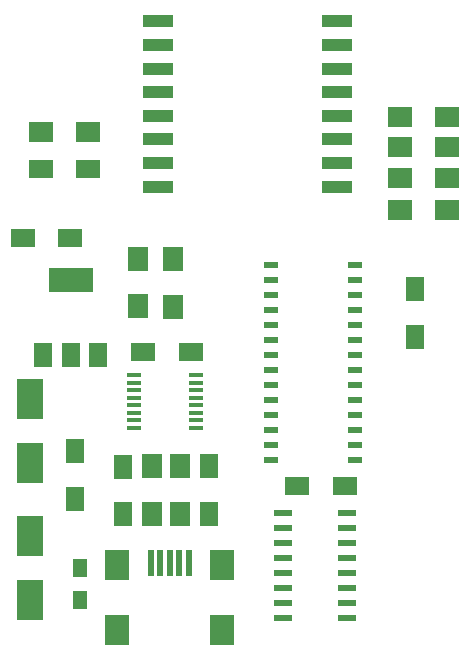
<source format=gtp>
G04 #@! TF.GenerationSoftware,KiCad,Pcbnew,(5.0.0)*
G04 #@! TF.CreationDate,2018-10-02T15:53:08+08:00*
G04 #@! TF.ProjectId,Clouduino Stratus v1.0,436C6F756475696E6F20537472617475,rev?*
G04 #@! TF.SameCoordinates,Original*
G04 #@! TF.FileFunction,Paste,Top*
G04 #@! TF.FilePolarity,Positive*
%FSLAX46Y46*%
G04 Gerber Fmt 4.6, Leading zero omitted, Abs format (unit mm)*
G04 Created by KiCad (PCBNEW (5.0.0)) date 10/02/18 15:53:08*
%MOMM*%
%LPD*%
G01*
G04 APERTURE LIST*
%ADD10R,2.500000X1.000000*%
%ADD11R,1.500000X0.600000*%
%ADD12R,1.600000X2.000000*%
%ADD13R,2.000000X1.600000*%
%ADD14R,2.300000X3.500000*%
%ADD15R,1.700000X2.000000*%
%ADD16R,2.000000X2.500000*%
%ADD17R,0.500000X2.300000*%
%ADD18R,1.300000X1.500000*%
%ADD19R,2.000000X1.700000*%
%ADD20R,1.143000X0.508000*%
%ADD21R,3.800000X2.000000*%
%ADD22R,1.500000X2.000000*%
%ADD23R,1.200000X0.400000*%
G04 APERTURE END LIST*
D10*
G04 #@! TO.C,U3*
X138305651Y-47787661D03*
X138305651Y-49787661D03*
X138305651Y-51787661D03*
X138305651Y-53787661D03*
X138305651Y-55787661D03*
X138305651Y-57787661D03*
X138305651Y-59787661D03*
X138305651Y-61787661D03*
X123105651Y-61787661D03*
X123105651Y-59787661D03*
X123105651Y-57787661D03*
X123105651Y-55787661D03*
X123105651Y-53787661D03*
X123105651Y-51787661D03*
X123105651Y-49787661D03*
X123105651Y-47787661D03*
G04 #@! TD*
D11*
G04 #@! TO.C,U4*
X133698000Y-98298000D03*
X133698000Y-97028000D03*
X133698000Y-95758000D03*
X133698000Y-94488000D03*
X133698000Y-93218000D03*
X133698000Y-91948000D03*
X133698000Y-90678000D03*
X133698000Y-89408000D03*
X139098000Y-89408000D03*
X139098000Y-90678000D03*
X139098000Y-91948000D03*
X139098000Y-93218000D03*
X139098000Y-94488000D03*
X139098000Y-95758000D03*
X139098000Y-97028000D03*
X139098000Y-98298000D03*
G04 #@! TD*
D12*
G04 #@! TO.C,C1*
X144907000Y-70485000D03*
X144907000Y-74485000D03*
G04 #@! TD*
G04 #@! TO.C,C2*
X116092346Y-88188894D03*
X116092346Y-84188894D03*
G04 #@! TD*
D13*
G04 #@! TO.C,C3*
X113221000Y-60325000D03*
X117221000Y-60325000D03*
G04 #@! TD*
G04 #@! TO.C,C4*
X115679346Y-66122894D03*
X111679346Y-66122894D03*
G04 #@! TD*
D12*
G04 #@! TO.C,C5*
X127395346Y-89458894D03*
X127395346Y-85458894D03*
G04 #@! TD*
G04 #@! TO.C,C6*
X120156346Y-89490894D03*
X120156346Y-85490894D03*
G04 #@! TD*
D13*
G04 #@! TO.C,C7*
X125871346Y-75774894D03*
X121871346Y-75774894D03*
G04 #@! TD*
G04 #@! TO.C,C8*
X138906000Y-87122000D03*
X134906000Y-87122000D03*
G04 #@! TD*
D14*
G04 #@! TO.C,D1*
X112282346Y-96762894D03*
X112282346Y-91362894D03*
G04 #@! TD*
G04 #@! TO.C,D2*
X112282346Y-79772894D03*
X112282346Y-85172894D03*
G04 #@! TD*
D15*
G04 #@! TO.C,POWER*
X124347346Y-71932894D03*
X124347346Y-67932894D03*
G04 #@! TD*
D16*
G04 #@! TO.C,J1*
X128543346Y-99275894D03*
X128543346Y-93775894D03*
X119643346Y-99275894D03*
X119643346Y-93775894D03*
D17*
X125693346Y-93675894D03*
X124893346Y-93675894D03*
X124093346Y-93675894D03*
X123293346Y-93675894D03*
X122493346Y-93675894D03*
G04 #@! TD*
D18*
G04 #@! TO.C,L1*
X116473346Y-94109894D03*
X116473346Y-96809894D03*
G04 #@! TD*
D15*
G04 #@! TO.C,R1*
X121426346Y-71900894D03*
X121426346Y-67900894D03*
G04 #@! TD*
D19*
G04 #@! TO.C,R2*
X113189000Y-57150000D03*
X117189000Y-57150000D03*
G04 #@! TD*
D15*
G04 #@! TO.C,R3*
X124982346Y-89458894D03*
X124982346Y-85458894D03*
G04 #@! TD*
G04 #@! TO.C,R4*
X122569346Y-85458894D03*
X122569346Y-89458894D03*
G04 #@! TD*
D19*
G04 #@! TO.C,R5*
X147564651Y-55859661D03*
X143564651Y-55859661D03*
G04 #@! TD*
G04 #@! TO.C,R6*
X147564651Y-61066661D03*
X143564651Y-61066661D03*
G04 #@! TD*
G04 #@! TO.C,R7*
X147564651Y-63733661D03*
X143564651Y-63733661D03*
G04 #@! TD*
D20*
G04 #@! TO.C,U1*
X132715000Y-84963000D03*
X132715000Y-83693000D03*
X132715000Y-82423000D03*
X132715000Y-81153000D03*
X132715000Y-79883000D03*
X132715000Y-78613000D03*
X132715000Y-77343000D03*
X132715000Y-76073000D03*
X132715000Y-74803000D03*
X132715000Y-73533000D03*
X132715000Y-72263000D03*
X132715000Y-70993000D03*
X132715000Y-69723000D03*
X132715000Y-68453000D03*
X139827000Y-68453000D03*
X139827000Y-69723000D03*
X139827000Y-70993000D03*
X139827000Y-72263000D03*
X139827000Y-73533000D03*
X139827000Y-74803000D03*
X139827000Y-76073000D03*
X139827000Y-77343000D03*
X139827000Y-78613000D03*
X139827000Y-79883000D03*
X139827000Y-81153000D03*
X139827000Y-82423000D03*
X139827000Y-83693000D03*
X139827000Y-84963000D03*
G04 #@! TD*
D21*
G04 #@! TO.C,U2*
X115711346Y-69703894D03*
D22*
X115711346Y-76003894D03*
X118011346Y-76003894D03*
X113411346Y-76003894D03*
G04 #@! TD*
D23*
G04 #@! TO.C,U5*
X121112346Y-82188394D03*
X121112346Y-81553394D03*
X121112346Y-80918394D03*
X121112346Y-80283394D03*
X121112346Y-79648394D03*
X121112346Y-79013394D03*
X121112346Y-78378394D03*
X121112346Y-77743394D03*
X126312346Y-77743394D03*
X126312346Y-78378394D03*
X126312346Y-79013394D03*
X126312346Y-79648394D03*
X126312346Y-80283394D03*
X126312346Y-80918394D03*
X126312346Y-81553394D03*
X126312346Y-82188394D03*
G04 #@! TD*
D19*
G04 #@! TO.C,R8*
X143564651Y-58399661D03*
X147564651Y-58399661D03*
G04 #@! TD*
M02*

</source>
